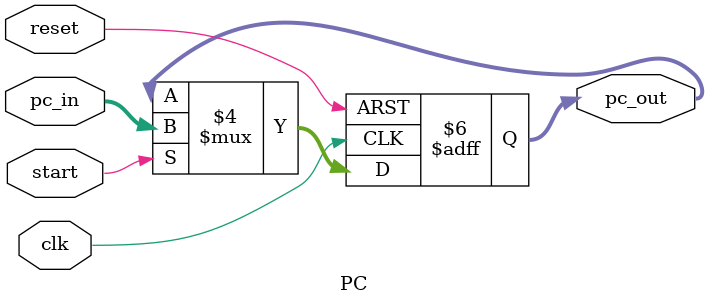
<source format=v>


// always @(posedge clk or posedge reset) begin
//         if (reset) begin
//             pc_out <= 32'b0;    // Khi reset, pc_out ???c ??t v?? 0
//             // ena_ins <= 0;       // Disable instruction fetch when reset
//             // wea <= 0;
//         end
//         else if (ecall_detected) begin
//             pc_out <= pc_ecall; // Khi g?p ecall, gi? nguyên giá tr? c?a pc_out
//             // ena_ins <= 0;       // Disable instruction fetch on ecall
//             // wea <= 0;
//         end
//         else begin
//             pc_out <= pc_in;    // C?p nh?t pc_out bình th???ng n?u không có ecall
//             // ena_ins <= 1;       // Enable instruction fetch
//             // wea <= 0;    
//         end
//     end

// endmodule


module PC(
    input clk,
    input reset,
    input start,               // C?? start ?? ki?m soát ho?t ??ng
    input [31:0] pc_in,
//    input [31:0] pc_ecall,
//    input ecall_detected,     // Tín hi?u cho bi?t có l?nh ecall

    output reg [31:0] pc_out
    // output reg ena_ins,       // ena signal 
    // output reg wea
);

// always @(posedge clk or negedge reset) begin
//         if (!reset) begin
//             pc_out <= 32'b0;    // Khi reset, pc_out ???c ??t v?? 0
//             // ena_ins <= 0;       // Disable instruction fetch when reset
//             // wea <= 0;
//         end
//         else if (start) begin
//             if (ecall_detected) begin
//                 pc_out <= pc_ecall; // Khi g?p ecall, gán giá tr? pc_ecall vào pc_out
//             end else begin
//                 pc_out <= pc_in;    // N?u không, gán giá tr? pc_in vào pc_out
//             end
//         end else begin
//             pc_out <= pc_out;    // Khi start không ???c kích ho?t, pc_out ???c ??t v?? 0
//         end
//     end
// endmodule

always @(posedge clk or negedge reset) begin
       if (!reset) begin
           pc_out <= 32'b0; 
       end else begin
           if (start) begin
           pc_out <= pc_in;
           end else begin
            pc_out <= pc_out;
             end
       end
end
endmodule



</source>
